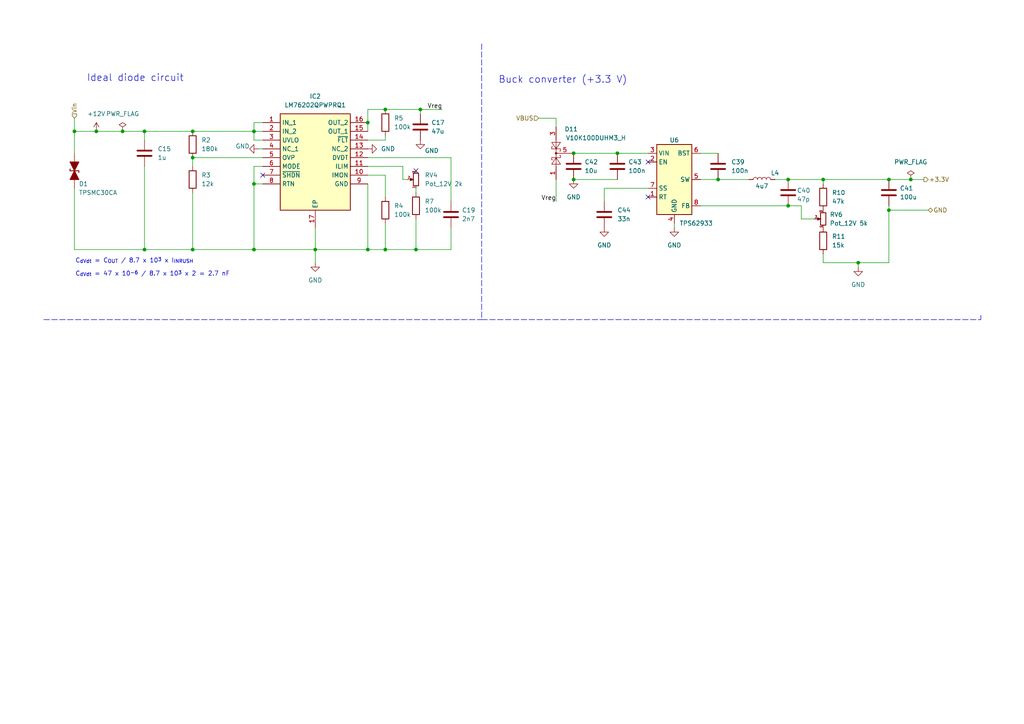
<source format=kicad_sch>
(kicad_sch (version 20250114) (generator "eeschema") (generator_version "9.0")
  (paper "A4")
  (lib_symbols
    (symbol "Device:C" (pin_numbers (hide yes)) (pin_names (offset 0.254))
      (property "Reference" "C" (at 0.635 2.54 0))
      (property "Value" "C" (at 0.635 -2.54 0))
      (symbol "C_0_1"
        (polyline (pts (xy -2.032 0.762) (xy 2.032 0.762)) (stroke (width 0.508)))
        (polyline (pts (xy -2.032 -0.762) (xy 2.032 -0.762)) (stroke (width 0.508)))
      )
      (symbol "C_1_1"
        (pin passive line (at 0 3.81 270) (length 2.794) (name "~") (number "1"))
        (pin passive line (at 0 -3.81 90) (length 2.794) (name "~") (number "2"))
      )
    )
    (symbol "Device:L" (pin_numbers (hide yes)) (pin_names (offset 1.016) (hide yes))
      (property "Reference" "L" (at -1.27 0 90))
      (property "Value" "L" (at 1.905 0 90))
      (symbol "L_0_1"
        (arc (start 0 2.54) (mid 0.6323 1.905) (end 0 1.27))
        (arc (start 0 1.27) (mid 0.6323 0.635) (end 0 0))
        (arc (start 0 0) (mid 0.6323 -0.635) (end 0 -1.27))
        (arc (start 0 -1.27) (mid 0.6323 -1.905) (end 0 -2.54))
      )
      (symbol "L_1_1"
        (pin passive line (at 0 3.81 270) (length 1.27) (name "1") (number "1"))
        (pin passive line (at 0 -3.81 90) (length 1.27) (name "2") (number "2"))
      )
    )
    (symbol "Device:R" (pin_numbers (hide yes)) (pin_names (offset 0))
      (property "Reference" "R" (at 2.032 0 90))
      (property "Value" "R" (at 0 0 90))
      (symbol "R_0_1"
        (rectangle (start -1.016 -2.54) (end 1.016 2.54) (stroke (width 0.254)))
      )
      (symbol "R_1_1"
        (pin passive line (at 0 3.81 270) (length 1.27) (name "~") (number "1"))
        (pin passive line (at 0 -3.81 90) (length 1.27) (name "~") (number "2"))
      )
    )
    (symbol "Device:R_Potentiometer_Small" (pin_names (offset 1.016) (hide yes))
      (property "Reference" "RV" (at -4.445 0 90))
      (property "Value" "R_Potentiometer_Small" (at -2.54 0 90))
      (symbol "R_Potentiometer_Small_0_1"
        (rectangle (start 0.762 1.8034) (end -0.762 -1.8034) (stroke (width 0.254)))
        (polyline (pts (xy 0.889 0) (xy 0.635 0) (xy 1.651 0.381) (xy 1.651 -0.381) (xy 0.635 0) (xy 0.889 0)) (fill (type outline)))
      )
      (symbol "R_Potentiometer_Small_1_1"
        (pin passive line (at 0 2.54 270) (length 0.635) (name "1") (number "1"))
        (pin passive line (at 0 -2.54 90) (length 0.635) (name "3") (number "3"))
        (pin passive line (at 2.54 0 180) (length 0.9906) (name "2") (number "2"))
      )
    )
    (symbol "Diode:BAT54CW" (pin_names (offset 1.016))
      (property "Reference" "D11" (at 1.2701 2.54 90))
      (property "Value" "V6K100DUHM3_H" (at -1.2699 2.54 90))
      (symbol "BAT54CW_0_1"
        (polyline (pts (xy -3.175 -1.27) (xy -3.175 1.27) (xy -1.27 0) (xy -3.175 -1.27)))
        (polyline (pts (xy -1.905 1.27) (xy -1.905 1.016)))
        (polyline (pts (xy -1.905 0) (xy 1.905 0)))
        (polyline (pts (xy -1.27 1.27) (xy -1.905 1.27)))
        (polyline (pts (xy -1.27 1.27) (xy -1.27 -1.27)))
        (polyline (pts (xy -1.27 0) (xy -3.81 0)))
        (polyline (pts (xy -1.27 -1.27) (xy -0.635 -1.27)))
        (polyline (pts (xy -0.635 -1.27) (xy -0.635 -1.016)))
        (circle (center 0 0) (radius 0.254) (fill (type outline)))
        (polyline (pts (xy 0.635 -1.27) (xy 0.635 -1.016)))
        (polyline (pts (xy 1.27 1.27) (xy 1.27 -1.27)))
        (polyline (pts (xy 1.27 1.27) (xy 1.905 1.27)))
        (polyline (pts (xy 1.27 -1.27) (xy 0.635 -1.27)))
        (polyline (pts (xy 1.905 1.27) (xy 1.905 1.016)))
        (polyline (pts (xy 3.175 -1.27) (xy 3.175 1.27) (xy 1.27 0) (xy 3.175 -1.27)))
        (polyline (pts (xy 3.81 0) (xy 1.27 0)))
      )
      (symbol "BAT54CW_1_1"
        (pin passive line (at -7.62 0 0) (length 3.81) (name "~") (number "1"))
        (pin passive line (at -7.62 0 0) (length 3.81) (hide yes) (name "~") (number "2"))
        (pin passive line (at 0 -5.08 90) (length 5.08) (name "~") (number "5"))
        (pin passive line (at 0 -5.08 90) (length 5.08) (hide yes) (name "~") (number "6"))
        (pin passive line (at 0 -5.08 90) (length 5.08) (hide yes) (name "~") (number "7"))
        (pin passive line (at 0 -5.08 90) (length 5.08) (hide yes) (name "~") (number "8"))
        (pin passive line (at 7.62 0 180) (length 3.81) (name "~") (number "3"))
        (pin passive line (at 7.62 0 180) (length 3.81) (hide yes) (name "~") (number "4"))
      )
    )
    (symbol "GND_1" (power) (pin_numbers (hide yes)) (pin_names (offset 0) (hide yes))
      (property "Value" "GND" (at 0 -3.81 0))
      (symbol "GND_1_0_1"
        (polyline (pts (xy 0 0) (xy 0 -1.27) (xy 1.27 -1.27) (xy 0 -2.54) (xy -1.27 -1.27) (xy 0 -1.27)))
      )
      (symbol "GND_1_1_1"
        (pin power_in line (at 0 0 270) (length 0) (name "~") (number "1"))
      )
    )
    (symbol "GND_2" (power) (pin_numbers (hide yes)) (pin_names (offset 0) (hide yes))
      (property "Value" "GND" (at 0 -3.81 0))
      (symbol "GND_2_0_1"
        (polyline (pts (xy 0 0) (xy 0 -1.27) (xy 1.27 -1.27) (xy 0 -2.54) (xy -1.27 -1.27) (xy 0 -1.27)))
      )
      (symbol "GND_2_1_1"
        (pin power_in line (at 0 0 270) (length 0) (name "~") (number "1"))
      )
    )
    (symbol "GND_3" (power) (pin_numbers (hide yes)) (pin_names (offset 0) (hide yes))
      (property "Value" "GND" (at 0 -3.81 0))
      (symbol "GND_3_0_1"
        (polyline (pts (xy 0 0) (xy 0 -1.27) (xy 1.27 -1.27) (xy 0 -2.54) (xy -1.27 -1.27) (xy 0 -1.27)))
      )
      (symbol "GND_3_1_1"
        (pin power_in line (at 0 0 270) (length 0) (name "~") (number "1"))
      )
    )
    (symbol "GND_4" (power) (pin_numbers (hide yes)) (pin_names (offset 0) (hide yes))
      (property "Value" "GND" (at 0 -3.81 0))
      (symbol "GND_4_0_1"
        (polyline (pts (xy 0 0) (xy 0 -1.27) (xy 1.27 -1.27) (xy 0 -2.54) (xy -1.27 -1.27) (xy 0 -1.27)))
      )
      (symbol "GND_4_1_1"
        (pin power_in line (at 0 0 270) (length 0) (name "~") (number "1"))
      )
    )
    (symbol "LM76202QPWPRQ1:LM76202QPWPRQ1"
      (property "Reference" "IC" (at 26.67 7.62 0))
      (property "Value" "LM76202QPWPRQ1" (at 26.67 5.08 0))
      (symbol "LM76202QPWPRQ1_1_1"
        (rectangle (start 5.08 2.54) (end 25.4 -25.4) (stroke (width 0.254)) (fill (type background)))
        (pin passive line (at 0 0 0) (length 5.08) (name "IN_1") (number "1"))
        (pin passive line (at 0 -2.54 0) (length 5.08) (name "IN_2") (number "2"))
        (pin passive line (at 0 -5.08 0) (length 5.08) (name "UVLO") (number "3"))
        (pin passive line (at 0 -7.62 0) (length 5.08) (name "NC_1") (number "4"))
        (pin passive line (at 0 -10.16 0) (length 5.08) (name "OVP") (number "5"))
        (pin passive line (at 0 -12.7 0) (length 5.08) (name "MODE") (number "6"))
        (pin passive line (at 0 -15.24 0) (length 5.08) (name "~{SHDN}") (number "7"))
        (pin passive line (at 0 -17.78 0) (length 5.08) (name "RTN") (number "8"))
        (pin passive line (at 15.24 -30.48 90) (length 5.08) (name "EP") (number "17"))
        (pin passive line (at 30.48 0 180) (length 5.08) (name "OUT_2") (number "16"))
        (pin passive line (at 30.48 -2.54 180) (length 5.08) (name "OUT_1") (number "15"))
        (pin passive line (at 30.48 -5.08 180) (length 5.08) (name "~{FLT}") (number "14"))
        (pin passive line (at 30.48 -7.62 180) (length 5.08) (name "NC_2") (number "13"))
        (pin passive line (at 30.48 -10.16 180) (length 5.08) (name "DVDT") (number "12"))
        (pin passive line (at 30.48 -12.7 180) (length 5.08) (name "ILIM") (number "11"))
        (pin passive line (at 30.48 -15.24 180) (length 5.08) (name "IMON") (number "10"))
        (pin passive line (at 30.48 -17.78 180) (length 5.08) (name "GND") (number "9"))
      )
    )
    (symbol "PCM_Diode_TVS_AKL:TPSMC30CA" (pin_numbers (hide yes)) (pin_names (offset 1.016) (hide yes))
      (property "Reference" "D" (at 0 5.08 0))
      (property "Value" "TPSMC30CA" (at 0 2.54 0))
      (symbol "TPSMC30CA_0_1"
        (polyline (pts (xy 0 1.27) (xy 0 -1.27)) (stroke (width 0.254)))
        (polyline (pts (xy 0 1.27) (xy 0.508 1.27)) (stroke (width 0.254)))
        (polyline (pts (xy 0 0) (xy -2.54 1.27) (xy -2.54 -1.27) (xy 0 0)) (stroke (width 0.254)) (fill (type outline)))
        (polyline (pts (xy 0 -1.27) (xy -0.508 -1.27)) (stroke (width 0.254)))
        (polyline (pts (xy 1.27 0) (xy -1.27 0)))
        (polyline (pts (xy 2.54 1.27) (xy 2.54 -1.27) (xy 0 0) (xy 2.54 1.27)) (stroke (width 0.254)) (fill (type outline)))
      )
      (symbol "TPSMC30CA_1_1"
        (pin passive line (at -5.08 0 0) (length 2.54) (name "K") (number "1"))
        (pin passive line (at 5.08 0 180) (length 2.54) (name "A") (number "2"))
      )
    )
    (symbol "Regulator_Switching:TPS62933"
      (property "Reference" "U" (at 0 13.97 0))
      (property "Value" "TPS62933" (at 0 11.43 0))
      (symbol "TPS62933_0_1"
        (rectangle (start -5.08 10.16) (end 5.08 -10.16) (stroke (width 0.254)) (fill (type background)))
      )
      (symbol "TPS62933_1_1"
        (pin power_in line (at -7.62 7.62 0) (length 2.54) (name "VIN") (number "3"))
        (pin input line (at -7.62 5.08 0) (length 2.54) (name "EN") (number "2"))
        (pin passive line (at -7.62 -2.54 0) (length 2.54) (name "SS") (number "7"))
        (pin passive line (at -7.62 -5.08 0) (length 2.54) (name "RT") (number "1"))
        (pin power_in line (at 0 -12.7 90) (length 2.54) (name "GND") (number "4"))
        (pin passive line (at 7.62 7.62 180) (length 2.54) (name "BST") (number "6"))
        (pin output line (at 7.62 0 180) (length 2.54) (name "SW") (number "5"))
        (pin input line (at 7.62 -7.62 180) (length 2.54) (name "FB") (number "8"))
      )
    )
    (symbol "power:+12V" (power) (pin_numbers (hide yes)) (pin_names (offset 0) (hide yes))
      (property "Value" "+12V" (at 0 3.556 0))
      (symbol "+12V_0_1"
        (polyline (pts (xy -0.762 1.27) (xy 0 2.54)))
        (polyline (pts (xy 0 2.54) (xy 0.762 1.27)))
        (polyline (pts (xy 0 0) (xy 0 2.54)))
      )
      (symbol "+12V_1_1"
        (pin power_in line (at 0 0 90) (length 0) (name "~") (number "1"))
      )
    )
    (symbol "power:PWR_FLAG" (power) (pin_numbers (hide yes)) (pin_names (offset 0) (hide yes))
      (property "Value" "PWR_FLAG" (at 0 3.81 0))
      (symbol "PWR_FLAG_0_0"
        (pin power_out line (at 0 0 90) (length 0) (name "pwr") (number "1"))
      )
      (symbol "PWR_FLAG_0_1"
        (polyline (pts (xy 0 0) (xy 0 1.27) (xy -1.016 1.905) (xy 0 2.54) (xy 1.016 1.905) (xy 0 1.27)))
      )
    )
  )
  (text "C_{dVdt} = C_{OUT} / 8.7 x 10^{3} x I_{INRUSH}" (at 21.844 76.454 0) (effects (font (size 1.27 1.27)) (justify left bottom)))
  (text "C_{dVdt} = 47 x 10^{-6} / 8.7 x 10^{3} x 2 = 2.7 nF" (at 21.844 80.264 0) (effects (font (size 1.27 1.27)) (justify left bottom)))
  (text "Ideal diode circuit\n" (at 25.146 23.876 0) (effects (font (size 2 2)) (justify left bottom)))
  (text "Buck converter (+3.3 V)" (at 144.526 24.384 0) (effects (font (size 2 2)) (justify left bottom)))
  (junction (at 257.81 60.96))
  (junction (at 248.92 76.2))
  (junction (at 91.44 72.39))
  (junction (at 35.56 38.1))
  (junction (at 27.94 38.1))
  (junction (at 121.92 31.75))
  (junction (at 208.28 52.07))
  (junction (at 228.6 52.07))
  (junction (at 55.88 45.72))
  (junction (at 179.07 44.45))
  (junction (at 21.59 38.1))
  (junction (at 257.81 52.07))
  (junction (at 55.88 38.1))
  (junction (at 73.66 53.34))
  (junction (at 166.37 52.07))
  (junction (at 55.88 72.39))
  (junction (at 228.6 59.69))
  (junction (at 264.16 52.07))
  (junction (at 106.68 72.39))
  (junction (at 41.91 72.39))
  (junction (at 106.68 35.56))
  (junction (at 73.66 38.1))
  (junction (at 120.65 72.39))
  (junction (at 238.76 52.07))
  (junction (at 111.76 72.39))
  (junction (at 73.66 72.39))
  (junction (at 166.37 44.45))
  (junction (at 111.76 31.75))
  (junction (at 41.91 38.1))
  (no_connect (at 120.65 49.53))
  (no_connect (at 76.2 50.8))
  (no_connect (at 187.96 46.99))
  (no_connect (at 187.96 57.15))
  (polyline (pts (xy 12.7 92.71) (xy 139.7 92.71)) (stroke (width 0) (type dash)))
  (wire (pts (xy 156.21 34.29) (xy 161.29 34.29)))
  (wire (pts (xy 111.76 50.8) (xy 111.76 57.15)))
  (wire (pts (xy 106.68 40.64) (xy 111.76 40.64)))
  (wire (pts (xy 120.65 63.5) (xy 120.65 72.39)))
  (wire (pts (xy 21.59 54.61) (xy 21.59 72.39)))
  (wire (pts (xy 203.2 52.07) (xy 208.28 52.07)))
  (wire (pts (xy 203.2 59.69) (xy 228.6 59.69)))
  (wire (pts (xy 55.88 55.88) (xy 55.88 72.39)))
  (wire (pts (xy 73.66 53.34) (xy 73.66 72.39)))
  (wire (pts (xy 238.76 52.07) (xy 228.6 52.07)))
  (wire (pts (xy 195.58 64.77) (xy 195.58 66.04)))
  (wire (pts (xy 73.66 38.1) (xy 73.66 40.64)))
  (wire (pts (xy 238.76 73.66) (xy 238.76 76.2)))
  (wire (pts (xy 73.66 48.26) (xy 73.66 53.34)))
  (wire (pts (xy 257.81 60.96) (xy 257.81 76.2)))
  (wire (pts (xy 73.66 38.1) (xy 76.2 38.1)))
  (wire (pts (xy 106.68 35.56) (xy 106.68 38.1)))
  (polyline (pts (xy 284.48 91.44) (xy 284.48 92.71)))
  (wire (pts (xy 248.92 76.2) (xy 248.92 77.47)))
  (wire (pts (xy 121.92 31.75) (xy 128.27 31.75)))
  (wire (pts (xy 76.2 35.56) (xy 73.66 35.56)))
  (wire (pts (xy 106.68 31.75) (xy 106.68 35.56)))
  (wire (pts (xy 106.68 50.8) (xy 111.76 50.8)))
  (wire (pts (xy 21.59 38.1) (xy 21.59 44.45)))
  (wire (pts (xy 74.93 43.18) (xy 76.2 43.18)))
  (wire (pts (xy 232.41 63.5) (xy 232.41 59.69)))
  (wire (pts (xy 111.76 72.39) (xy 120.65 72.39)))
  (wire (pts (xy 121.92 33.02) (xy 121.92 31.75)))
  (wire (pts (xy 236.22 63.5) (xy 232.41 63.5)))
  (wire (pts (xy 55.88 38.1) (xy 73.66 38.1)))
  (wire (pts (xy 41.91 48.26) (xy 41.91 72.39)))
  (wire (pts (xy 120.65 72.39) (xy 130.81 72.39)))
  (wire (pts (xy 130.81 45.72) (xy 130.81 58.42)))
  (wire (pts (xy 35.56 38.1) (xy 41.91 38.1)))
  (wire (pts (xy 161.29 34.29) (xy 161.29 36.83)))
  (wire (pts (xy 21.59 38.1) (xy 27.94 38.1)))
  (wire (pts (xy 111.76 64.77) (xy 111.76 72.39)))
  (wire (pts (xy 55.88 45.72) (xy 76.2 45.72)))
  (wire (pts (xy 41.91 40.64) (xy 41.91 38.1)))
  (wire (pts (xy 224.79 52.07) (xy 228.6 52.07)))
  (polyline (pts (xy 139.7 12.7) (xy 139.7 92.71)) (stroke (width 0) (type dash)))
  (wire (pts (xy 120.65 54.61) (xy 120.65 55.88)))
  (wire (pts (xy 106.68 72.39) (xy 91.44 72.39)))
  (wire (pts (xy 111.76 31.75) (xy 106.68 31.75)))
  (wire (pts (xy 161.29 52.07) (xy 161.29 58.42)))
  (wire (pts (xy 232.41 59.69) (xy 228.6 59.69)))
  (wire (pts (xy 238.76 52.07) (xy 257.81 52.07)))
  (wire (pts (xy 91.44 72.39) (xy 91.44 66.04)))
  (wire (pts (xy 264.16 52.07) (xy 267.97 52.07)))
  (wire (pts (xy 111.76 72.39) (xy 106.68 72.39)))
  (polyline (pts (xy 139.7 92.71) (xy 284.48 92.71)) (stroke (width 0) (type dash)))
  (wire (pts (xy 41.91 72.39) (xy 55.88 72.39)))
  (wire (pts (xy 257.81 52.07) (xy 264.16 52.07)))
  (wire (pts (xy 111.76 40.64) (xy 111.76 39.37)))
  (wire (pts (xy 106.68 53.34) (xy 106.68 72.39)))
  (wire (pts (xy 27.94 38.1) (xy 35.56 38.1)))
  (wire (pts (xy 238.76 76.2) (xy 248.92 76.2)))
  (wire (pts (xy 111.76 31.75) (xy 121.92 31.75)))
  (wire (pts (xy 203.2 44.45) (xy 208.28 44.45)))
  (wire (pts (xy 166.37 44.45) (xy 179.07 44.45)))
  (wire (pts (xy 55.88 45.72) (xy 55.88 48.26)))
  (wire (pts (xy 21.59 72.39) (xy 41.91 72.39)))
  (wire (pts (xy 257.81 59.69) (xy 257.81 60.96)))
  (wire (pts (xy 116.84 52.07) (xy 116.84 48.26)))
  (wire (pts (xy 238.76 53.34) (xy 238.76 52.07)))
  (wire (pts (xy 116.84 48.26) (xy 106.68 48.26)))
  (wire (pts (xy 73.66 53.34) (xy 76.2 53.34)))
  (wire (pts (xy 166.37 52.07) (xy 179.07 52.07)))
  (wire (pts (xy 21.59 34.29) (xy 21.59 38.1)))
  (wire (pts (xy 118.11 52.07) (xy 116.84 52.07)))
  (wire (pts (xy 179.07 44.45) (xy 187.96 44.45)))
  (wire (pts (xy 106.68 45.72) (xy 130.81 45.72)))
  (wire (pts (xy 91.44 72.39) (xy 91.44 76.2)))
  (wire (pts (xy 175.26 58.42) (xy 175.26 54.61)))
  (wire (pts (xy 130.81 66.04) (xy 130.81 72.39)))
  (wire (pts (xy 73.66 40.64) (xy 76.2 40.64)))
  (wire (pts (xy 175.26 54.61) (xy 187.96 54.61)))
  (wire (pts (xy 73.66 35.56) (xy 73.66 38.1)))
  (wire (pts (xy 257.81 60.96) (xy 269.24 60.96)))
  (wire (pts (xy 208.28 52.07) (xy 217.17 52.07)))
  (wire (pts (xy 55.88 72.39) (xy 73.66 72.39)))
  (wire (pts (xy 41.91 38.1) (xy 55.88 38.1)))
  (wire (pts (xy 257.81 76.2) (xy 248.92 76.2)))
  (wire (pts (xy 76.2 48.26) (xy 73.66 48.26)))
  (wire (pts (xy 73.66 72.39) (xy 91.44 72.39)))
  (label "Vreg" (at 128.27 31.75 180))
  (label "Vreg" (at 161.29 58.42 180))
  (hierarchical_label "+3.3V" (shape output) (at 267.97 52.07 0))
  (hierarchical_label "VBUS" (shape input) (at 156.21 34.29 180))
  (hierarchical_label "Vin" (shape input) (at 21.59 34.29 90))
  (hierarchical_label "GND" (shape bidirectional) (at 269.24 60.96 0))
  (symbol (lib_id "Device:L") (at 220.98 52.07 90) (unit 1)
    (property "Reference" "L4" (at 224.79 50.165 90))
    (property "Value" "4u7" (at 220.98 53.975 90))
    (property "Footprint" "Lib:SRN3015TA4R7M" (effects (hide yes)))
  )
  (symbol (lib_name "GND_2") (lib_id "power:GND") (at 195.58 66.04 0) (unit 1)
    (property "Reference" "#PWR071" (effects (hide yes)))
    (property "Value" "GND" (at 195.58 71.12 0))
    (property "Description" "Power symbol creates a global label with name \"GND\" , ground" (effects (hide yes)))
  )
  (symbol (lib_name "GND_4") (lib_id "power:GND") (at 175.26 66.04 0) (unit 1)
    (property "Reference" "#PWR020" (effects (hide yes)))
    (property "Value" "GND" (at 175.26 71.12 0))
    (property "Description" "Power symbol creates a global label with name \"GND\" , ground" (effects (hide yes)))
  )
  (symbol (lib_id "Device:R") (at 238.76 57.15 0) (unit 1)
    (property "Reference" "R10" (at 241.3 55.8799 0) (effects (justify left)))
    (property "Value" "47k" (at 241.3 58.4199 0) (effects (justify left)))
    (property "Footprint" "Resistor_SMD:R_1206_3216Metric" (effects (hide yes)))
  )
  (symbol (lib_id "Device:R") (at 120.65 59.69 0) (unit 1)
    (property "Reference" "R7" (at 123.19 58.42 0) (effects (justify left)))
    (property "Value" "100k" (at 123.19 60.96 0) (effects (justify left)))
    (property "Footprint" "Resistor_SMD:R_1206_3216Metric" (effects (hide yes)))
  )
  (symbol (lib_name "GND_2") (lib_id "power:GND") (at 248.92 77.47 0) (unit 1)
    (property "Reference" "#PWR050" (effects (hide yes)))
    (property "Value" "GND" (at 248.92 82.55 0))
    (property "Description" "Power symbol creates a global label with name \"GND\" , ground" (effects (hide yes)))
  )
  (symbol (lib_id "Device:C") (at 175.26 62.23 0) (unit 1)
    (property "Reference" "C44" (at 179.07 60.9599 0) (effects (justify left)))
    (property "Value" "33n" (at 179.07 63.4999 0) (effects (justify left)))
    (property "Footprint" "Capacitor_SMD:C_1206_3216Metric" (effects (hide yes)))
  )
  (symbol (lib_id "Device:R_Potentiometer_Small") (at 120.65 52.07 180) (unit 1)
    (property "Reference" "RV4" (at 123.19 50.7999 0) (effects (justify right)))
    (property "Value" "Pot_12V 2k" (at 123.19 53.3399 0) (effects (justify right)))
    (property "Footprint" "Lib:TC33X2503E" (effects (hide yes)))
    (property "Description" "Potentiometer" (effects (hide yes)))
  )
  (symbol (lib_id "Regulator_Switching:TPS62933") (at 195.58 52.07 0) (unit 1)
    (property "Reference" "U6" (at 195.58 40.64 0))
    (property "Value" "TPS62933" (at 201.93 64.77 0))
    (property "Footprint" "Package_TO_SOT_SMD:SOT-583-8" (effects (hide yes)))
    (property "Datasheet" "https://www.ti.com/lit/ds/symlink/tps62933.pdf" (effects (hide yes)))
  )
  (symbol (lib_id "Diode:BAT54CW") (at 161.29 44.45 90) (unit 1)
    (property "Reference" "D11" (at 167.64 37.465 90) (effects (justify left)))
    (property "Value" "V10K100DUHM3_H" (at 181.61 40.005 90) (effects (justify left)))
    (property "Footprint" "Package_TO_SOT_SMD:SOT-323_SC-70" (effects (hide yes)))
    (property "Datasheet" "https://assets.nexperia.com/documents/data-sheet/BAT54W_SER.pdf" (effects (hide yes)))
    (property "Description" "Dual schottky barrier diode, common cathode, SOT-323" (effects (hide yes)))
    (property "Height" "1.09" (effects (hide yes)))
    (property "Mouser Part Number" "78-V6K100DUHM3/H" (effects (hide yes)))
    (property "Mouser Price/Stock" "https://www.mouser.co.uk/ProductDetail/Vishay-General-Semiconductor/V6K100DUHM3-H?qs=u16ybLDytRbtckVK0zChdQ%3D%3D" (effects (hide yes)))
    (property "Manufacturer_Name" "Vishay" (effects (hide yes)))
    (property "Manufacturer_Part_Number" "V6K100DUHM3/H" (effects (hide yes)))
  )
  (symbol (lib_id "Device:C") (at 208.28 48.26 0) (unit 1)
    (property "Reference" "C39" (at 212.09 46.99 0) (effects (justify left)))
    (property "Value" "100n" (at 212.09 49.53 0) (effects (justify left)))
    (property "Footprint" "Capacitor_SMD:C_1206_3216Metric" (effects (hide yes)))
  )
  (symbol (lib_name "GND_2") (lib_id "power:GND") (at 121.92 40.64 0) (unit 1)
    (property "Reference" "#PWR017" (effects (hide yes)))
    (property "Value" "GND" (at 125.222 43.688 0))
    (property "Description" "Power symbol creates a global label with name \"GND\" , ground" (effects (hide yes)))
  )
  (symbol (lib_id "Device:C") (at 179.07 48.26 0) (unit 1)
    (property "Reference" "C43" (at 182.245 46.99 0) (effects (justify left)))
    (property "Value" "100n" (at 182.245 49.53 0) (effects (justify left)))
    (property "Footprint" "Capacitor_SMD:C_1206_3216Metric" (effects (hide yes)))
  )
  (symbol (lib_name "GND_2") (lib_id "power:GND") (at 91.44 76.2 0) (unit 1)
    (property "Reference" "#PWR014" (effects (hide yes)))
    (property "Value" "GND" (at 91.44 81.28 0))
    (property "Description" "Power symbol creates a global label with name \"GND\" , ground" (effects (hide yes)))
  )
  (symbol (lib_id "Device:R") (at 111.76 60.96 0) (unit 1)
    (property "Reference" "R4" (at 114.3 59.6899 0) (effects (justify left)))
    (property "Value" "100k" (at 114.3 62.2299 0) (effects (justify left)))
    (property "Footprint" "Resistor_SMD:R_1206_3216Metric" (effects (hide yes)))
    (property "Description" "Resistor" (effects (hide yes)))
  )
  (symbol (lib_id "Device:R") (at 238.76 69.85 0) (unit 1)
    (property "Reference" "R11" (at 241.3 68.5799 0) (effects (justify left)))
    (property "Value" "15k" (at 241.3 71.1199 0) (effects (justify left)))
    (property "Footprint" "Resistor_SMD:R_1206_3216Metric" (effects (hide yes)))
  )
  (symbol (lib_id "power:PWR_FLAG") (at 264.16 52.07 0) (unit 1)
    (property "Reference" "#FLG04" (effects (hide yes)))
    (property "Value" "PWR_FLAG" (at 264.16 46.99 0))
  )
  (symbol (lib_id "Device:C") (at 130.81 62.23 0) (unit 1)
    (property "Reference" "C19" (at 133.985 60.96 0) (effects (justify left)))
    (property "Value" "2n7" (at 133.985 63.5 0) (effects (justify left)))
    (property "Footprint" "Capacitor_SMD:C_1206_3216Metric" (effects (hide yes)))
  )
  (symbol (lib_name "GND_2") (lib_id "power:GND") (at 166.37 52.07 0) (unit 1)
    (property "Reference" "#PWR072" (effects (hide yes)))
    (property "Value" "GND" (at 166.37 57.15 0))
    (property "Description" "Power symbol creates a global label with name \"GND\" , ground" (effects (hide yes)))
  )
  (symbol (lib_id "power:+12V") (at 27.94 38.1 0) (unit 1)
    (property "Reference" "#PWR012" (effects (hide yes)))
    (property "Value" "+12V" (at 27.94 33.02 0))
    (property "Description" "Power symbol creates a global label with name \"+12V\"" (effects (hide yes)))
  )
  (symbol (lib_id "LM76202QPWPRQ1:LM76202QPWPRQ1") (at 76.2 35.56 0) (unit 1)
    (property "Reference" "IC2" (at 91.44 27.94 0))
    (property "Value" "LM76202QPWPRQ1" (at 91.44 30.48 0))
    (property "Footprint" "Lib:SOP65P640X120-17N" (effects (hide yes)))
    (property "Datasheet" "http://www.ti.com/general/docs/suppproductinfo.tsp?distId=10&gotoUrl=http%3A%2F%2Fwww.ti.com%2Flit%2Fgpn%2Flm76202-q1" (effects (hide yes)))
    (property "Description" "60V 2.2A ideal diode with integrated FET" (effects (hide yes)))
    (property "Height" "1.2" (effects (hide yes)))
    (property "Mouser Part Number" "595-LM76202QPWPRQ1" (effects (hide yes)))
    (property "Mouser Price/Stock" "https://www.mouser.co.uk/ProductDetail/Texas-Instruments/LM76202QPWPRQ1?qs=B6kkDfuK7%2FDO3IObrBgfZg%3D%3D" (effects (hide yes)))
    (property "Manufacturer_Name" "Texas Instruments" (effects (hide yes)))
    (property "Manufacturer_Part_Number" "LM76202QPWPRQ1" (effects (hide yes)))
  )
  (symbol (lib_id "Device:R") (at 55.88 41.91 0) (unit 1)
    (property "Reference" "R2" (at 58.42 40.64 0) (effects (justify left)))
    (property "Value" "180k" (at 58.42 43.18 0) (effects (justify left)))
    (property "Footprint" "Resistor_SMD:R_1206_3216Metric" (effects (hide yes)))
  )
  (symbol (lib_id "Device:R") (at 55.88 52.07 0) (unit 1)
    (property "Reference" "R3" (at 58.42 50.7999 0) (effects (justify left)))
    (property "Value" "12k" (at 58.42 53.3399 0) (effects (justify left)))
    (property "Footprint" "Resistor_SMD:R_1206_3216Metric" (effects (hide yes)))
  )
  (symbol (lib_id "PCM_Diode_TVS_AKL:TPSMC30CA") (at 21.59 49.53 90) (unit 1)
    (property "Reference" "D1" (at 22.86 53.34 90) (effects (justify right)))
    (property "Value" "TPSMC30CA" (at 22.86 55.88 90) (effects (justify right)))
    (property "Footprint" "Lib:DIOM6859X262N" (effects (hide yes)))
    (property "Datasheet" "https://www.tme.eu/Document/fe696fca10a75ca6fef9faefe21b9450/TPSMC_ser.pdf" (effects (hide yes)))
  )
  (symbol (lib_id "Device:C") (at 257.81 55.88 0) (unit 1)
    (property "Reference" "C41" (at 260.985 54.61 0) (effects (justify left)))
    (property "Value" "100u" (at 260.985 57.15 0) (effects (justify left)))
    (property "Footprint" "Capacitor_SMD:CP_Elec_8x10.5" (effects (hide yes)))
  )
  (symbol (lib_id "Device:R_Potentiometer_Small") (at 238.76 63.5 180) (unit 1)
    (property "Reference" "RV6" (at 240.665 62.2299 0) (effects (justify right)))
    (property "Value" "Pot_12V 5k" (at 240.665 64.7699 0) (effects (justify right)))
    (property "Footprint" "Lib:TC33X2503E" (effects (hide yes)))
    (property "Description" "Potentiometer" (effects (hide yes)))
  )
  (symbol (lib_id "power:PWR_FLAG") (at 35.56 38.1 0) (unit 1)
    (property "Reference" "#FLG02" (effects (hide yes)))
    (property "Value" "PWR_FLAG" (at 35.56 33.02 0))
    (property "Description" "Special symbol for telling ERC where power comes from" (effects (hide yes)))
  )
  (symbol (lib_id "Device:C") (at 228.6 55.88 0) (unit 1)
    (property "Reference" "C40" (at 231.14 55.245 0) (effects (justify left)))
    (property "Value" "47p" (at 231.14 57.785 0) (effects (justify left)))
    (property "Footprint" "Capacitor_SMD:C_1206_3216Metric" (effects (hide yes)))
  )
  (symbol (lib_id "Device:C") (at 41.91 44.45 0) (unit 1)
    (property "Reference" "C15" (at 45.72 43.18 0) (effects (justify left)))
    (property "Value" "1u" (at 45.72 45.72 0) (effects (justify left)))
    (property "Footprint" "Capacitor_SMD:C_1206_3216Metric" (effects (hide yes)))
  )
  (symbol (lib_name "GND_1") (lib_id "power:GND") (at 74.93 43.18 270) (unit 1)
    (property "Reference" "#PWR013" (effects (hide yes)))
    (property "Value" "GND" (at 72.39 42.418 90) (effects (justify right)))
    (property "Description" "Power symbol creates a global label with name \"GND\" , ground" (effects (hide yes)))
  )
  (symbol (lib_id "Device:R") (at 111.76 35.56 0) (unit 1)
    (property "Reference" "R5" (at 114.3 34.29 0) (effects (justify left)))
    (property "Value" "100k" (at 114.3 36.83 0) (effects (justify left)))
    (property "Footprint" "Resistor_SMD:R_1206_3216Metric" (effects (hide yes)))
  )
  (symbol (lib_id "Device:C") (at 166.37 48.26 0) (unit 1)
    (property "Reference" "C42" (at 169.545 46.9899 0) (effects (justify left)))
    (property "Value" "10u" (at 169.545 49.5299 0) (effects (justify left)))
    (property "Footprint" "Capacitor_SMD:CP_Elec_8x10.5" (effects (hide yes)))
  )
  (symbol (lib_name "GND_3") (lib_id "power:GND") (at 106.68 43.18 90) (unit 1)
    (property "Reference" "#PWR016" (effects (hide yes)))
    (property "Value" "GND" (at 110.49 43.1799 90) (effects (justify right)))
    (property "Description" "Power symbol creates a global label with name \"GND\" , ground" (effects (hide yes)))
  )
  (symbol (lib_id "Device:C") (at 121.92 36.83 0) (unit 1)
    (property "Reference" "C17" (at 125.095 35.56 0) (effects (justify left)))
    (property "Value" "47u" (at 125.095 38.1 0) (effects (justify left)))
    (property "Footprint" "Capacitor_SMD:CP_Elec_6.3x7.7" (effects (hide yes)))
  )
)
</source>
